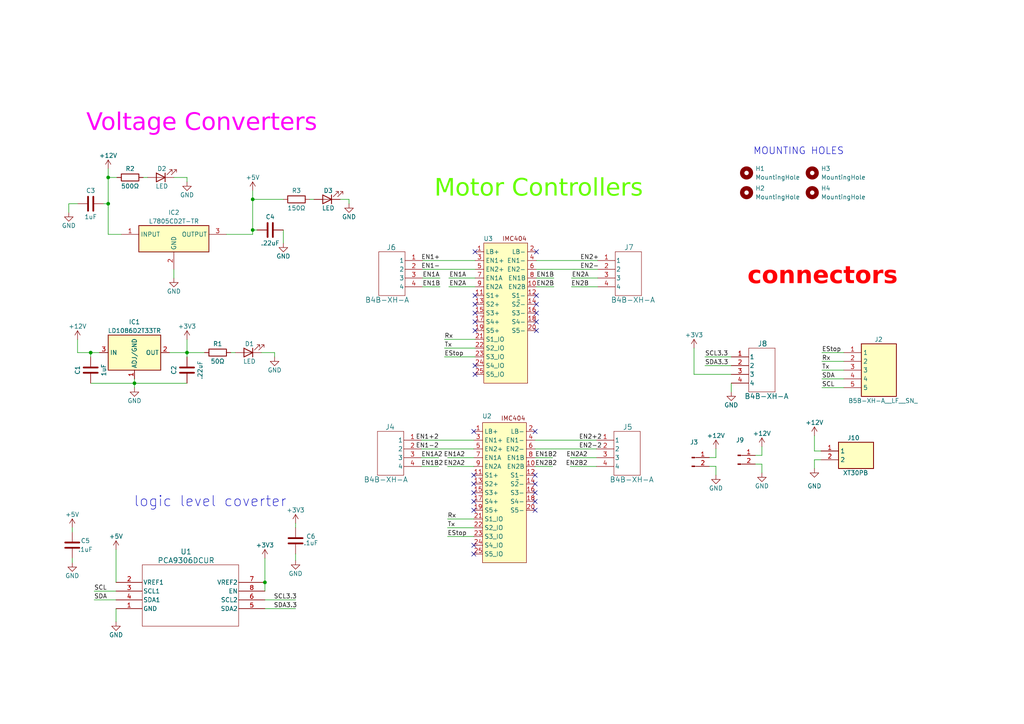
<source format=kicad_sch>
(kicad_sch (version 20230121) (generator eeschema)
  (paper "A4")
  (lib_symbols
    (symbol "B4B-XH-A:B4B-XH-A" (pin_names (offset 0.254))
      (property "Reference" "J3" (at 7.62 3.81 0))
      (property "Value" "B4B-XH-A" (at 3.81 -11.43 0))
      (symbol "B4B-XH-A_1_1"
        (polyline (pts (xy 5.08 -10.16) (xy 12.7 -10.16)) (stroke (width 0.127)))
        (polyline (pts (xy 5.08 2.54) (xy 5.08 -10.16)) (stroke (width 0.127)))
        (polyline (pts (xy 12.7 -10.16) (xy 12.7 2.54)) (stroke (width 0.127)))
        (polyline (pts (xy 12.7 2.54) (xy 5.08 2.54)) (stroke (width 0.127)))
        (pin unspecified line (at 0 0 0) (length 5.08) (name "1") (number "1"))
        (pin unspecified line (at 0 -2.54 0) (length 5.08) (name "2") (number "2"))
        (pin unspecified line (at 0 -5.08 0) (length 5.08) (name "3") (number "3"))
        (pin unspecified line (at 0 -7.62 0) (length 5.08) (name "4") (number "4"))
      )
      (symbol "B4B-XH-A_1_2"
        (polyline (pts (xy 5.08 -10.16) (xy 12.7 -10.16)) (stroke (width 0.127)))
        (polyline (pts (xy 5.08 2.54) (xy 5.08 -10.16)) (stroke (width 0.127)))
        (polyline (pts (xy 7.62 -7.62) (xy 5.08 -7.62)) (stroke (width 0.127)))
        (polyline (pts (xy 7.62 -7.62) (xy 8.89 -8.4667)) (stroke (width 0.127)))
        (polyline (pts (xy 7.62 -7.62) (xy 8.89 -6.7733)) (stroke (width 0.127)))
        (polyline (pts (xy 7.62 -5.08) (xy 5.08 -5.08)) (stroke (width 0.127)))
        (polyline (pts (xy 7.62 -5.08) (xy 8.89 -5.9267)) (stroke (width 0.127)))
        (polyline (pts (xy 7.62 -5.08) (xy 8.89 -4.2333)) (stroke (width 0.127)))
        (polyline (pts (xy 7.62 -2.54) (xy 5.08 -2.54)) (stroke (width 0.127)))
        (polyline (pts (xy 7.62 -2.54) (xy 8.89 -3.3867)) (stroke (width 0.127)))
        (polyline (pts (xy 7.62 -2.54) (xy 8.89 -1.6933)) (stroke (width 0.127)))
        (polyline (pts (xy 7.62 0) (xy 5.08 0)) (stroke (width 0.127)))
        (polyline (pts (xy 7.62 0) (xy 8.89 -0.8467)) (stroke (width 0.127)))
        (polyline (pts (xy 7.62 0) (xy 8.89 0.8467)) (stroke (width 0.127)))
        (polyline (pts (xy 12.7 -10.16) (xy 12.7 2.54)) (stroke (width 0.127)))
        (polyline (pts (xy 12.7 2.54) (xy 5.08 2.54)) (stroke (width 0.127)))
        (pin unspecified line (at 0 0 0) (length 5.08) (name "1") (number "1"))
        (pin unspecified line (at 0 -2.54 0) (length 5.08) (name "2") (number "2"))
        (pin unspecified line (at 0 -5.08 0) (length 5.08) (name "3") (number "3"))
        (pin unspecified line (at 0 -7.62 0) (length 5.08) (name "4") (number "4"))
      )
    )
    (symbol "B5B-XH-A__LF__SN_:B5B-XH-A__LF__SN_"
      (property "Reference" "J" (at 16.51 7.62 0))
      (property "Value" "B5B-XH-A__LF__SN_" (at 16.51 5.08 0))
      (symbol "B5B-XH-A__LF__SN__1_1"
        (rectangle (start 5.08 2.54) (end 15.24 -12.7) (stroke (width 0.254)) (fill (type background)))
        (pin passive line (at 0 0 0) (length 5.08) (name "1") (number "1"))
        (pin passive line (at 0 -2.54 0) (length 5.08) (name "2") (number "2"))
        (pin passive line (at 0 -5.08 0) (length 5.08) (name "3") (number "3"))
        (pin passive line (at 0 -7.62 0) (length 5.08) (name "4") (number "4"))
        (pin passive line (at 0 -10.16 0) (length 5.08) (name "5") (number "5"))
      )
    )
    (symbol "Connector:Conn_01x02_Pin" (pin_names (offset 1.016) hide)
      (property "Reference" "J" (at 0 2.54 0))
      (property "Value" "Conn_01x02_Pin" (at 0 -5.08 0))
      (symbol "Conn_01x02_Pin_1_1"
        (polyline (pts (xy 1.27 -2.54) (xy 0.8636 -2.54)) (stroke (width 0.1524)))
        (polyline (pts (xy 1.27 0) (xy 0.8636 0)) (stroke (width 0.1524)))
        (rectangle (start 0.8636 -2.413) (end 0 -2.667) (stroke (width 0.1524)) (fill (type outline)))
        (rectangle (start 0.8636 0.127) (end 0 -0.127) (stroke (width 0.1524)) (fill (type outline)))
        (pin passive line (at 5.08 0 180) (length 3.81) (name "Pin_1") (number "1"))
        (pin passive line (at 5.08 -2.54 180) (length 3.81) (name "Pin_2") (number "2"))
      )
    )
    (symbol "Device:C" (pin_numbers hide) (pin_names (offset 0.254))
      (property "Reference" "C" (at 0.635 2.54 0))
      (property "Value" "C" (at 0.635 -2.54 0))
      (symbol "C_0_1"
        (polyline (pts (xy -2.032 -0.762) (xy 2.032 -0.762)) (stroke (width 0.508)))
        (polyline (pts (xy -2.032 0.762) (xy 2.032 0.762)) (stroke (width 0.508)))
      )
      (symbol "C_1_1"
        (pin passive line (at 0 3.81 270) (length 2.794) (name "~") (number "1"))
        (pin passive line (at 0 -3.81 90) (length 2.794) (name "~") (number "2"))
      )
    )
    (symbol "Device:LED" (pin_numbers hide) (pin_names (offset 1.016) hide)
      (property "Reference" "D" (at 0 2.54 0))
      (property "Value" "LED" (at 0 -2.54 0))
      (symbol "LED_0_1"
        (polyline (pts (xy -1.27 -1.27) (xy -1.27 1.27)) (stroke (width 0.254)))
        (polyline (pts (xy -1.27 0) (xy 1.27 0)))
        (polyline (pts (xy 1.27 -1.27) (xy 1.27 1.27) (xy -1.27 0) (xy 1.27 -1.27)) (stroke (width 0.254)))
        (polyline (pts (xy -3.048 -0.762) (xy -4.572 -2.286) (xy -3.81 -2.286) (xy -4.572 -2.286) (xy -4.572 -1.524)))
        (polyline (pts (xy -1.778 -0.762) (xy -3.302 -2.286) (xy -2.54 -2.286) (xy -3.302 -2.286) (xy -3.302 -1.524)))
      )
      (symbol "LED_1_1"
        (pin passive line (at -3.81 0 0) (length 2.54) (name "K") (number "1"))
        (pin passive line (at 3.81 0 180) (length 2.54) (name "A") (number "2"))
      )
    )
    (symbol "Device:R" (pin_numbers hide) (pin_names (offset 0))
      (property "Reference" "R" (at 2.032 0 90))
      (property "Value" "R" (at 0 0 90))
      (symbol "R_0_1"
        (rectangle (start -1.016 -2.54) (end 1.016 2.54) (stroke (width 0.254)))
      )
      (symbol "R_1_1"
        (pin passive line (at 0 3.81 270) (length 1.27) (name "~") (number "1"))
        (pin passive line (at 0 -3.81 90) (length 1.27) (name "~") (number "2"))
      )
    )
    (symbol "IMC404:IMC404"
      (property "Reference" "U" (at -5.08 20.32 0))
      (symbol "IMC404_0_0"
        (text "IMC404" (at 2.54 20.32 0) (effects (font (size 1.27 1.27))))
      )
      (symbol "IMC404_1_1"
        (rectangle (start -6.35 19.05) (end 6.35 -21.59) (fill (type background)))
        (pin input line (at -8.89 16.51 0) (length 2.54) (name "LB+") (number "1"))
        (pin input line (at 8.89 6.35 180) (length 2.54) (name "EN2B") (number "10"))
        (pin input line (at -8.89 3.81 0) (length 2.54) (name "S1+") (number "11"))
        (pin input line (at 8.89 3.81 180) (length 2.54) (name "S1-") (number "12"))
        (pin input line (at -8.89 1.27 0) (length 2.54) (name "S2+") (number "13"))
        (pin input line (at 8.89 1.27 180) (length 2.54) (name "S2-") (number "14"))
        (pin input line (at -8.89 -1.27 0) (length 2.54) (name "S3+") (number "15"))
        (pin input line (at 8.89 -1.27 180) (length 2.54) (name "S3-") (number "16"))
        (pin input line (at -8.89 -3.81 0) (length 2.54) (name "S4+") (number "17"))
        (pin input line (at 8.89 -3.81 180) (length 2.54) (name "S4-") (number "18"))
        (pin input line (at -8.89 -6.35 0) (length 2.54) (name "S5+") (number "19"))
        (pin input line (at 8.89 16.51 180) (length 2.54) (name "LB-") (number "2"))
        (pin input line (at 8.89 -6.35 180) (length 2.54) (name "S5-") (number "20"))
        (pin input line (at -8.89 -8.89 0) (length 2.54) (name "S1_IO") (number "21"))
        (pin input line (at -8.89 -11.43 0) (length 2.54) (name "S2_IO") (number "22"))
        (pin input line (at -8.89 -13.97 0) (length 2.54) (name "S3_IO") (number "23"))
        (pin input line (at -8.89 -16.51 0) (length 2.54) (name "S4_IO") (number "24"))
        (pin input line (at -8.89 -19.05 0) (length 2.54) (name "S5_IO") (number "25"))
        (pin input line (at -8.89 13.97 0) (length 2.54) (name "EN1+") (number "3"))
        (pin input line (at 8.89 13.97 180) (length 2.54) (name "EN1-") (number "4"))
        (pin input line (at -8.89 11.43 0) (length 2.54) (name "EN2+") (number "5"))
        (pin input line (at 8.89 11.43 180) (length 2.54) (name "EN2-") (number "6"))
        (pin input line (at -8.89 8.89 0) (length 2.54) (name "EN1A") (number "7"))
        (pin input line (at 8.89 8.89 180) (length 2.54) (name "EN1B") (number "8"))
        (pin input line (at -8.89 6.35 0) (length 2.54) (name "EN2A") (number "9"))
      )
    )
    (symbol "L7805CD2T-TR:L7805CD2T-TR"
      (property "Reference" "IC" (at 13.97 7.62 0))
      (property "Value" "L7805CD2T-TR" (at 7.62 5.08 0))
      (symbol "L7805CD2T-TR_1_1"
        (rectangle (start 5.08 2.54) (end 25.4 -5.08) (stroke (width 0.254)) (fill (type background)))
        (pin passive line (at 0 0 0) (length 5.08) (name "INPUT") (number "1"))
        (pin passive line (at 15.24 -10.16 90) (length 5.08) (name "GND") (number "2"))
        (pin passive line (at 30.48 0 180) (length 5.08) (name "OUTPUT") (number "3"))
      )
    )
    (symbol "Mechanical:MountingHole" (pin_names (offset 1.016))
      (property "Reference" "H" (at 0 5.08 0))
      (property "Value" "MountingHole" (at 0 3.175 0))
      (symbol "MountingHole_0_1"
        (circle (center 0 0) (radius 1.27) (stroke (width 1.27)))
      )
    )
    (symbol "PCA9306DCUR:PCA9306DCUR" (pin_names (offset 0.254))
      (property "Reference" "U1" (at 20.32 8.89 0))
      (property "Value" "PCA9306DCUR" (at 20.32 6.35 0))
      (symbol "PCA9306DCUR_0_1"
        (polyline (pts (xy 7.62 -12.7) (xy 35.56 -12.7)) (stroke (width 0.127)))
        (polyline (pts (xy 7.62 5.08) (xy 7.62 -12.7)) (stroke (width 0.127)))
        (polyline (pts (xy 35.56 -12.7) (xy 35.56 5.08)) (stroke (width 0.127)))
        (polyline (pts (xy 35.56 5.08) (xy 7.62 5.08)) (stroke (width 0.127)))
        (pin power_in line (at 0 -7.62 0) (length 7.62) (name "GND") (number "1"))
        (pin power_in line (at 0 0 0) (length 7.62) (name "VREF1") (number "2"))
        (pin unspecified line (at 0 -2.54 0) (length 7.62) (name "SCL1") (number "3"))
        (pin unspecified line (at 0 -5.08 0) (length 7.62) (name "SDA1") (number "4"))
        (pin unspecified line (at 43.18 -7.62 180) (length 7.62) (name "SDA2") (number "5"))
        (pin unspecified line (at 43.18 -5.08 180) (length 7.62) (name "SCL2") (number "6"))
        (pin power_in line (at 43.18 0 180) (length 7.62) (name "VREF2") (number "7"))
        (pin unspecified line (at 43.18 -2.54 180) (length 7.62) (name "EN") (number "8"))
      )
    )
    (symbol "Regulator_Linear:LD1086D2T33TR"
      (property "Reference" "U" (at 0 10.16 0))
      (property "Value" "LD1086D2T33TR" (at 0 7.62 0))
      (symbol "LD1086D2T33TR_1_1"
        (rectangle (start -7.62 -5.08) (end 7.62 5.08) (stroke (width 0.254)) (fill (type background)))
        (pin input line (at 0 -7.62 90) (length 2.54) (name "ADJ/GND") (number "1"))
        (pin power_out line (at 10.16 0 180) (length 2.54) (name "OUT") (number "2"))
        (pin power_in line (at -10.16 0 0) (length 2.54) (name "IN") (number "3"))
      )
    )
    (symbol "XT30PB:XT30PB"
      (property "Reference" "J" (at 16.51 7.62 0))
      (property "Value" "XT30PB" (at 16.51 5.08 0))
      (symbol "XT30PB_1_1"
        (rectangle (start 5.08 2.54) (end 15.24 -5.08) (stroke (width 0.254)) (fill (type background)))
        (pin passive line (at 0 0 0) (length 5.08) (name "1") (number "1"))
        (pin passive line (at 0 -2.54 0) (length 5.08) (name "2") (number "2"))
      )
    )
    (symbol "power:+12V" (power) (pin_names (offset 0))
      (property "Value" "+12V" (at 0 3.556 0))
      (symbol "+12V_0_1"
        (polyline (pts (xy -0.762 1.27) (xy 0 2.54)))
        (polyline (pts (xy 0 0) (xy 0 2.54)))
        (polyline (pts (xy 0 2.54) (xy 0.762 1.27)))
      )
      (symbol "+12V_1_1"
        (pin power_in line (at 0 0 90) (length 0) hide (name "+12V") (number "1"))
      )
    )
    (symbol "power:+3V3" (power) (pin_names (offset 0))
      (property "Value" "+3V3" (at 0 3.556 0))
      (symbol "+3V3_0_1"
        (polyline (pts (xy -0.762 1.27) (xy 0 2.54)))
        (polyline (pts (xy 0 0) (xy 0 2.54)))
        (polyline (pts (xy 0 2.54) (xy 0.762 1.27)))
      )
      (symbol "+3V3_1_1"
        (pin power_in line (at 0 0 90) (length 0) hide (name "+3V3") (number "1"))
      )
    )
    (symbol "power:+5V" (power) (pin_names (offset 0))
      (property "Value" "+5V" (at 0 3.556 0))
      (symbol "+5V_0_1"
        (polyline (pts (xy -0.762 1.27) (xy 0 2.54)))
        (polyline (pts (xy 0 0) (xy 0 2.54)))
        (polyline (pts (xy 0 2.54) (xy 0.762 1.27)))
      )
      (symbol "+5V_1_1"
        (pin power_in line (at 0 0 90) (length 0) hide (name "+5V") (number "1"))
      )
    )
    (symbol "power:GND" (power) (pin_names (offset 0))
      (property "Value" "GND" (at 0 -3.81 0))
      (symbol "GND_0_1"
        (polyline (pts (xy 0 0) (xy 0 -1.27) (xy 1.27 -1.27) (xy 0 -2.54) (xy -1.27 -1.27) (xy 0 -1.27)))
      )
      (symbol "GND_1_1"
        (pin power_in line (at 0 0 270) (length 0) hide (name "GND") (number "1"))
      )
    )
  )
  (junction (at 26.3 102.2705))
  (junction (at 54.24 102.2705))
  (junction (at 73.29 57.8205))
  (junction (at 73.29 66.7105))
  (junction (at 76.835 168.91))
  (junction (at 39 111.1605))
  (junction (at 31.38 59.0905))
  (junction (at 31.38 51.4705))
  (no_connect (at 155.205 145.4505))
  (no_connect (at 137.425 147.9905))
  (no_connect (at 137.795 73.025))
  (no_connect (at 155.575 93.345))
  (no_connect (at 137.425 145.4505))
  (no_connect (at 137.425 158.1505))
  (no_connect (at 137.795 95.885))
  (no_connect (at 155.205 140.3705))
  (no_connect (at 155.575 85.725))
  (no_connect (at 155.575 73.025))
  (no_connect (at 137.425 137.8305))
  (no_connect (at 137.795 85.725))
  (no_connect (at 137.795 108.585))
  (no_connect (at 137.425 142.9105))
  (no_connect (at 137.425 160.6905))
  (no_connect (at 137.795 106.045))
  (no_connect (at 137.425 125.1305))
  (no_connect (at 137.795 88.265))
  (no_connect (at 155.205 125.1305))
  (no_connect (at 137.795 93.345))
  (no_connect (at 155.575 90.805))
  (no_connect (at 155.575 88.265))
  (no_connect (at 155.575 95.885))
  (no_connect (at 155.205 147.9905))
  (no_connect (at 137.425 140.3705))
  (no_connect (at 155.205 142.9105))
  (no_connect (at 137.795 90.805))
  (no_connect (at 155.205 137.8305))
  (wire (pts (xy 49.16 102.2705) (xy 54.24 102.2705)))
  (wire (pts (xy 129.805 132.7505) (xy 137.425 132.7505)))
  (wire (pts (xy 31.38 51.4705) (xy 31.38 59.0905)))
  (wire (pts (xy 122.555 78.105) (xy 137.795 78.105)))
  (wire (pts (xy 238.125 130.81) (xy 236.22 130.81)))
  (wire (pts (xy 236.22 130.81) (xy 236.22 126.365)))
  (wire (pts (xy 165.365 135.2905) (xy 172.985 135.2905)))
  (wire (pts (xy 54.24 51.4705) (xy 54.24 52.7405)))
  (wire (pts (xy 73.29 67.9805) (xy 73.29 66.7105)))
  (wire (pts (xy 238.39 107.3505) (xy 244.74 107.3505)))
  (wire (pts (xy 76.835 161.925) (xy 76.835 168.91)))
  (wire (pts (xy 85.725 160.655) (xy 85.725 162.56)))
  (wire (pts (xy 54.24 98.4605) (xy 54.24 102.2705)))
  (wire (pts (xy 39 109.8905) (xy 39 111.1605)))
  (wire (pts (xy 20.955 153.035) (xy 20.955 154.305)))
  (wire (pts (xy 129.805 153.0705) (xy 137.425 153.0705)))
  (wire (pts (xy 26.3 102.2705) (xy 22.49 102.2705)))
  (wire (pts (xy 219.075 132.08) (xy 220.98 132.08)))
  (wire (pts (xy 122.555 75.565) (xy 137.795 75.565)))
  (wire (pts (xy 130.175 80.645) (xy 137.795 80.645)))
  (wire (pts (xy 31.38 51.4705) (xy 33.92 51.4705)))
  (wire (pts (xy 165.735 83.185) (xy 173.355 83.185)))
  (wire (pts (xy 238.125 133.35) (xy 236.22 133.35)))
  (wire (pts (xy 220.98 137.16) (xy 220.98 134.62)))
  (wire (pts (xy 19.95 59.0905) (xy 19.95 61.6305)))
  (wire (pts (xy 50.43 51.4705) (xy 54.24 51.4705)))
  (wire (pts (xy 76.835 176.53) (xy 85.725 176.53)))
  (wire (pts (xy 101.23 57.8205) (xy 98.69 57.8205)))
  (wire (pts (xy 128.905 100.965) (xy 137.795 100.965)))
  (wire (pts (xy 204.47 106.045) (xy 212.09 106.045)))
  (wire (pts (xy 129.805 150.5305) (xy 137.425 150.5305)))
  (wire (pts (xy 212.09 111.125) (xy 212.09 113.665)))
  (wire (pts (xy 122.555 80.645) (xy 127.635 80.645)))
  (wire (pts (xy 76.835 168.91) (xy 76.835 171.45)))
  (wire (pts (xy 101.23 59.0905) (xy 101.23 57.8205)))
  (wire (pts (xy 129.805 135.2905) (xy 137.425 135.2905)))
  (wire (pts (xy 31.38 67.9805) (xy 35.19 67.9805)))
  (wire (pts (xy 220.98 132.08) (xy 220.98 129.54)))
  (wire (pts (xy 85.725 151.765) (xy 85.725 153.035)))
  (wire (pts (xy 20.955 161.925) (xy 20.955 163.195)))
  (wire (pts (xy 205.74 132.715) (xy 207.645 132.715)))
  (wire (pts (xy 39 111.1605) (xy 54.24 111.1605)))
  (wire (pts (xy 155.575 80.645) (xy 160.655 80.645)))
  (wire (pts (xy 155.205 132.7505) (xy 160.285 132.7505)))
  (wire (pts (xy 22.49 59.0905) (xy 19.95 59.0905)))
  (wire (pts (xy 39 111.1605) (xy 39 112.4305)))
  (wire (pts (xy 207.645 137.795) (xy 207.645 135.255)))
  (wire (pts (xy 22.49 102.2705) (xy 22.49 98.4605)))
  (wire (pts (xy 26.3 102.2705) (xy 26.3 103.5405)))
  (wire (pts (xy 238.39 109.8905) (xy 244.74 109.8905)))
  (wire (pts (xy 122.185 132.7505) (xy 127.265 132.7505)))
  (wire (pts (xy 41.54 51.4705) (xy 42.81 51.4705)))
  (wire (pts (xy 128.905 98.425) (xy 137.795 98.425)))
  (wire (pts (xy 238.39 112.4305) (xy 244.74 112.4305)))
  (wire (pts (xy 160.285 135.2905) (xy 155.205 135.2905)))
  (wire (pts (xy 155.205 130.2105) (xy 172.985 130.2105)))
  (wire (pts (xy 127.635 83.185) (xy 122.555 83.185)))
  (wire (pts (xy 155.575 78.105) (xy 173.355 78.105)))
  (wire (pts (xy 201.295 108.585) (xy 212.09 108.585)))
  (wire (pts (xy 155.575 75.565) (xy 173.355 75.565)))
  (wire (pts (xy 73.29 57.8205) (xy 73.29 66.7105)))
  (wire (pts (xy 54.24 102.2705) (xy 59.32 102.2705)))
  (wire (pts (xy 50.43 78.1405) (xy 50.43 80.6805)))
  (wire (pts (xy 73.29 55.2805) (xy 73.29 57.8205)))
  (wire (pts (xy 82.18 66.7105) (xy 82.18 70.5205)))
  (wire (pts (xy 122.185 130.2105) (xy 137.425 130.2105)))
  (wire (pts (xy 204.47 103.505) (xy 212.09 103.505)))
  (wire (pts (xy 130.175 83.185) (xy 137.795 83.185)))
  (wire (pts (xy 165.735 80.645) (xy 173.355 80.645)))
  (wire (pts (xy 236.22 133.35) (xy 236.22 135.89)))
  (wire (pts (xy 33.655 176.53) (xy 33.655 180.34)))
  (wire (pts (xy 238.39 102.2705) (xy 244.74 102.2705)))
  (wire (pts (xy 66.94 102.2705) (xy 68.21 102.2705)))
  (wire (pts (xy 76.835 173.99) (xy 85.725 173.99)))
  (wire (pts (xy 128.905 103.505) (xy 137.795 103.505)))
  (wire (pts (xy 127.265 135.2905) (xy 122.185 135.2905)))
  (wire (pts (xy 79.64 102.2705) (xy 79.64 103.5405)))
  (wire (pts (xy 238.39 104.8105) (xy 244.74 104.8105)))
  (wire (pts (xy 27.305 173.99) (xy 33.655 173.99)))
  (wire (pts (xy 201.295 100.965) (xy 201.295 108.585)))
  (wire (pts (xy 26.3 111.1605) (xy 39 111.1605)))
  (wire (pts (xy 207.645 132.715) (xy 207.645 130.175)))
  (wire (pts (xy 165.365 132.7505) (xy 172.985 132.7505)))
  (wire (pts (xy 129.805 155.6105) (xy 137.425 155.6105)))
  (wire (pts (xy 122.185 127.6705) (xy 137.425 127.6705)))
  (wire (pts (xy 30.11 59.0905) (xy 31.38 59.0905)))
  (wire (pts (xy 160.655 83.185) (xy 155.575 83.185)))
  (wire (pts (xy 31.38 59.0905) (xy 31.38 67.9805)))
  (wire (pts (xy 155.205 127.6705) (xy 172.985 127.6705)))
  (wire (pts (xy 220.98 134.62) (xy 219.075 134.62)))
  (wire (pts (xy 65.67 67.9805) (xy 73.29 67.9805)))
  (wire (pts (xy 27.305 171.45) (xy 33.655 171.45)))
  (wire (pts (xy 75.83 102.2705) (xy 79.64 102.2705)))
  (wire (pts (xy 54.24 102.2705) (xy 54.24 103.5405)))
  (wire (pts (xy 74.56 66.7105) (xy 73.29 66.7105)))
  (wire (pts (xy 82.18 57.8205) (xy 73.29 57.8205)))
  (wire (pts (xy 89.8 57.8205) (xy 91.07 57.8205)))
  (wire (pts (xy 28.84 102.2705) (xy 26.3 102.2705)))
  (wire (pts (xy 207.645 135.255) (xy 205.74 135.255)))
  (wire (pts (xy 31.38 48.9305) (xy 31.38 51.4705)))
  (wire (pts (xy 33.655 159.385) (xy 33.655 168.91)))
  (text "logic level coverter" (at 38.735 147.32 0) (effects (font (size 3 3)) (justify left bottom)))
  (text "Voltage Converters" (at 25.03 40.0405 0) (effects (font (size 5 5)) (justify left bottom)))
  (text "MOUNTING HOLES" (at 218.44 45.085 0) (effects (font (size 2 2)) (justify left bottom)))
  (text "Motor Controllers" (at 125.995 59.0905 0) (effects (font (size 5 5)) (justify left bottom)))
  (text "connectors" (at 216.8 84.4905 0) (effects (font (size 5 5)) (justify left bottom)))
  (label "SDA" (at 27.305 173.99 0))
  (label "EN1B" (at 122.555 83.185 0))
  (label "EStop" (at 129.805 155.6105 0))
  (label "EN1A2" (at 122.185 132.7505 0))
  (label "EN1B2" (at 155.205 132.7505 0))
  (label "Rx" (at 128.905 98.425 0))
  (label "EN1+" (at 127.635 75.565 180))
  (label "EN2-" (at 168.275 78.105 0))
  (label "EN2B" (at 155.575 83.185 0))
  (label "Rx" (at 238.39 104.8105 0))
  (label "EN2A" (at 170.815 80.645 180))
  (label "Tx" (at 129.805 153.0705 0))
  (label "EN1-2" (at 127.265 130.2105 180))
  (label "SDA3.3" (at 204.47 106.045 0))
  (label "EN1+2" (at 127.265 127.6705 180))
  (label "EN2B2" (at 155.205 135.2905 0))
  (label "SDA" (at 238.39 109.8905 0))
  (label "EN2A2" (at 134.885 135.2905 180))
  (label "EN1B2" (at 122.185 135.2905 0))
  (label "EN2-2" (at 167.905 130.2105 0))
  (label "Tx" (at 128.905 100.965 0))
  (label "SDA3.3" (at 79.375 176.53 0))
  (label "EN1A" (at 135.255 80.645 180))
  (label "EN1A2" (at 134.885 132.7505 180))
  (label "EStop" (at 238.39 102.2705 0))
  (label "EN2+2" (at 167.905 127.6705 0))
  (label "Tx" (at 238.39 107.3505 0))
  (label "EN2B2" (at 170.445 135.2905 180))
  (label "EStop" (at 128.905 103.505 0))
  (label "EN2B" (at 170.815 83.185 180))
  (label "EN1-" (at 127.635 78.105 180))
  (label "EN2+" (at 168.275 75.565 0))
  (label "EN2A" (at 135.255 83.185 180))
  (label "EN1B" (at 155.575 80.645 0))
  (label "SCL3.3" (at 79.375 173.99 0))
  (label "EN2A2" (at 170.445 132.7505 180))
  (label "Rx" (at 129.805 150.5305 0))
  (label "SCL3.3" (at 204.47 103.505 0))
  (label "EN1A" (at 122.555 80.645 0))
  (label "SCL" (at 238.39 112.4305 0))
  (label "SCL" (at 27.305 171.45 0))
  (symbol (lib_id "Device:C") (at 78.37 66.7105 270) (mirror x) (unit 1)
    (property "Reference" "C4" (at 78.37 62.9005 90))
    (property "Value" ".22uF" (at 78.37 70.5205 90))
    (property "Footprint" "Capacitor_SMD:C_0603_1608Metric" (effects hide))
  )
  (symbol (lib_id "power:+12V") (at 207.645 130.175 0) (unit 1)
    (property "Reference" "#PWR019" (effects hide))
    (property "Value" "+12V" (at 207.645 126.365 0))
  )
  (symbol (lib_id "Device:C") (at 85.725 156.845 180) (unit 1)
    (property "Reference" "C6" (at 90.17 155.575 0))
    (property "Value" ".1uF" (at 90.17 157.48 0))
    (property "Footprint" "Capacitor_SMD:C_0603_1608Metric" (effects hide))
  )
  (symbol (lib_id "Mechanical:MountingHole") (at 235.585 50.165 0) (unit 1)
    (property "Reference" "H3" (at 238.125 48.895 0) (effects (justify left)))
    (property "Value" "MountingHole" (at 238.125 51.435 0) (effects (justify left)))
    (property "Footprint" "MountingHole:MountingHole_3mm" (effects hide))
  )
  (symbol (lib_id "B5B-XH-A__LF__SN_:B5B-XH-A__LF__SN_") (at 244.74 102.2705 0) (unit 1)
    (property "Reference" "J2" (at 253.63 98.4605 0) (effects (justify left)))
    (property "Value" "B5B-XH-A__LF__SN_" (at 246.01 116.2405 0) (effects (justify left)))
    (property "Footprint" "footprints:SHDR5W64P0X250_1X5_1490X575X700P" (effects hide))
    (property "Datasheet" "http://www.farnell.com/datasheets/1684882.pdf" (effects hide))
    (property "Height" "7" (effects hide))
    (property "Manufacturer_Name" "JST (JAPAN SOLDERLESS TERMINALS)" (effects hide))
    (property "Manufacturer_Part_Number" "B5B-XH-A (LF)(SN)" (effects hide))
  )
  (symbol (lib_id "power:+12V") (at 22.49 98.4605 0) (unit 1)
    (property "Reference" "#PWR04" (effects hide))
    (property "Value" "+12V" (at 22.49 94.6505 0))
  )
  (symbol (lib_id "power:GND") (at 236.22 135.89 0) (unit 1)
    (property "Reference" "#PWR024" (effects hide))
    (property "Value" "GND" (at 236.22 140.97 0))
  )
  (symbol (lib_id "power:+3V3") (at 85.725 151.765 0) (unit 1)
    (property "Reference" "#PWR025" (effects hide))
    (property "Value" "+3V3" (at 85.725 147.955 0))
  )
  (symbol (lib_id "power:+12V") (at 220.98 129.54 0) (unit 1)
    (property "Reference" "#PWR021" (effects hide))
    (property "Value" "+12V" (at 220.98 125.73 0))
  )
  (symbol (lib_id "power:GND") (at 50.43 80.6805 0) (unit 1)
    (property "Reference" "#PWR014" (effects hide))
    (property "Value" "GND" (at 50.43 84.4905 0))
  )
  (symbol (lib_id "Regulator_Linear:LD1086D2T33TR") (at 39 102.2705 0) (unit 1)
    (property "Reference" "IC1" (at 39 93.3805 0))
    (property "Value" "LD1086D2T33TR" (at 39 95.9205 0))
    (property "Footprint" "Package_TO_SOT_SMD:TO-263-2" (effects hide))
    (property "Datasheet" "https://www.st.com/resource/en/datasheet/ld1086.pdf" (effects hide))
  )
  (symbol (lib_id "Mechanical:MountingHole") (at 235.585 55.88 0) (unit 1)
    (property "Reference" "H4" (at 238.125 54.61 0) (effects (justify left)))
    (property "Value" "MountingHole" (at 238.125 57.15 0) (effects (justify left)))
    (property "Footprint" "MountingHole:MountingHole_3mm" (effects hide))
  )
  (symbol (lib_id "power:+5V") (at 20.955 153.035 0) (mirror y) (unit 1)
    (property "Reference" "#PWR016" (effects hide))
    (property "Value" "+5V" (at 20.955 149.225 0))
  )
  (symbol (lib_id "B4B-XH-A:B4B-XH-A") (at 122.185 127.6705 0) (mirror y) (unit 1)
    (property "Reference" "J4" (at 114.565 123.8605 0) (effects (font (size 1.524 1.524)) (justify left)))
    (property "Value" "B4B-XH-A" (at 118.375 139.1005 0) (effects (font (size 1.524 1.524)) (justify left)))
    (property "Footprint" "footprints:B4B-XH-A_JST" (effects hide))
    (property "Datasheet" "B4B-XH-A" (effects hide))
  )
  (symbol (lib_id "Device:R") (at 85.99 57.8205 90) (unit 1)
    (property "Reference" "R3" (at 85.99 55.2805 90))
    (property "Value" "150Ω" (at 85.99 60.3605 90))
    (property "Footprint" "Resistor_SMD:R_0603_1608Metric" (effects hide))
  )
  (symbol (lib_id "Mechanical:MountingHole") (at 216.535 50.165 0) (unit 1)
    (property "Reference" "H1" (at 219.075 48.895 0) (effects (justify left)))
    (property "Value" "MountingHole" (at 219.075 51.435 0) (effects (justify left)))
    (property "Footprint" "MountingHole:MountingHole_3mm" (effects hide))
  )
  (symbol (lib_id "power:GND") (at 220.98 137.16 0) (unit 1)
    (property "Reference" "#PWR022" (effects hide))
    (property "Value" "GND" (at 220.98 140.97 0))
  )
  (symbol (lib_id "IMC404:IMC404") (at 146.685 89.535 0) (unit 1)
    (property "Reference" "U3" (at 141.605 69.215 0))
    (property "Value" "~" (at 150.495 86.995 0))
    (property "Footprint" "footprints:IMC404" (effects hide))
  )
  (symbol (lib_id "Device:C") (at 26.3 107.3505 180) (unit 1)
    (property "Reference" "C1" (at 22.49 107.3505 90))
    (property "Value" "1uF" (at 30.11 107.3505 90))
    (property "Footprint" "Capacitor_SMD:C_0603_1608Metric" (effects hide))
  )
  (symbol (lib_id "power:GND") (at 212.09 113.665 0) (unit 1)
    (property "Reference" "#PWR017" (effects hide))
    (property "Value" "GND" (at 212.09 117.475 0))
  )
  (symbol (lib_id "Device:LED") (at 94.88 57.8205 180) (unit 1)
    (property "Reference" "D3" (at 95.1975 55.2805 0))
    (property "Value" "LED" (at 95.1975 60.3605 0))
    (property "Footprint" "LED_SMD:LED_0603_1608Metric" (effects hide))
  )
  (symbol (lib_id "power:GND") (at 82.18 70.5205 0) (mirror y) (unit 1)
    (property "Reference" "#PWR012" (effects hide))
    (property "Value" "GND" (at 82.18 74.3305 0))
  )
  (symbol (lib_id "power:GND") (at 79.64 103.5405 0) (unit 1)
    (property "Reference" "#PWR07" (effects hide))
    (property "Value" "GND" (at 79.64 107.3505 0))
  )
  (symbol (lib_id "B4B-XH-A:B4B-XH-A") (at 122.555 75.565 0) (mirror y) (unit 1)
    (property "Reference" "J6" (at 114.935 71.755 0) (effects (font (size 1.524 1.524)) (justify left)))
    (property "Value" "B4B-XH-A" (at 118.745 86.995 0) (effects (font (size 1.524 1.524)) (justify left)))
    (property "Footprint" "footprints:B4B-XH-A_JST" (effects hide))
    (property "Datasheet" "B4B-XH-A" (effects hide))
  )
  (symbol (lib_id "Device:LED") (at 46.62 51.4705 180) (unit 1)
    (property "Reference" "D2" (at 46.9375 48.9305 0))
    (property "Value" "LED" (at 46.9375 54.0105 0))
    (property "Footprint" "LED_SMD:LED_0603_1608Metric" (effects hide))
  )
  (symbol (lib_id "Connector:Conn_01x02_Pin") (at 200.66 132.715 0) (unit 1)
    (property "Reference" "J3" (at 201.295 128.27 0))
    (property "Value" "Conn_01x02_Pin" (effects hide))
    (property "Footprint" "solder_pads:2mm_pads_4" (effects hide))
  )
  (symbol (lib_id "power:+3V3") (at 201.295 100.965 0) (unit 1)
    (property "Reference" "#PWR018" (effects hide))
    (property "Value" "+3V3" (at 201.295 97.155 0))
  )
  (symbol (lib_id "Mechanical:MountingHole") (at 216.535 55.88 0) (unit 1)
    (property "Reference" "H2" (at 219.075 54.61 0) (effects (justify left)))
    (property "Value" "MountingHole" (at 219.075 57.15 0) (effects (justify left)))
    (property "Footprint" "MountingHole:MountingHole_3mm" (effects hide))
  )
  (symbol (lib_id "XT30PB:XT30PB") (at 238.125 130.81 0) (unit 1)
    (property "Reference" "J10" (at 245.745 127 0) (effects (justify left)))
    (property "Value" "XT30PB" (at 244.475 137.16 0) (effects (justify left)))
    (property "Footprint" "XT30PB" (effects hide))
    (property "Datasheet" "https://www.tme.eu/Document/4acc913878197f8c2e30d4b8cdc47230/XT30UPB%20SPEC.pdf" (effects hide))
    (property "Height" "10.7" (effects hide))
    (property "Manufacturer_Name" "Amass" (effects hide))
    (property "Manufacturer_Part_Number" "XT30PB" (effects hide))
  )
  (symbol (lib_id "Device:C") (at 20.955 158.115 0) (unit 1)
    (property "Reference" "C5" (at 24.765 156.845 0))
    (property "Value" ".1uF" (at 24.765 159.385 0))
    (property "Footprint" "Capacitor_SMD:C_0603_1608Metric" (effects hide))
  )
  (symbol (lib_id "Connector:Conn_01x02_Pin") (at 213.995 132.08 0) (unit 1)
    (property "Reference" "J9" (at 214.63 127.635 0))
    (property "Value" "Conn_01x02_Pin" (effects hide))
    (property "Footprint" "solder_pads:2mm_pads_4" (effects hide))
  )
  (symbol (lib_id "power:GND") (at 33.655 180.34 0) (unit 1)
    (property "Reference" "#PWR02" (effects hide))
    (property "Value" "GND" (at 33.655 184.15 0))
  )
  (symbol (lib_id "power:+12V") (at 31.38 48.9305 0) (unit 1)
    (property "Reference" "#PWR09" (effects hide))
    (property "Value" "+12V" (at 31.38 45.1205 0))
  )
  (symbol (lib_id "PCA9306DCUR:PCA9306DCUR") (at 33.655 168.91 0) (unit 1)
    (property "Reference" "U1" (at 53.975 160.02 0) (effects (font (size 1.524 1.524))))
    (property "Value" "PCA9306DCUR" (at 53.975 162.56 0) (effects (font (size 1.524 1.524))))
    (property "Footprint" "footprints:SOP50P310X90-8N" (effects hide))
    (property "Datasheet" "PCA9306DCUR" (effects hide))
  )
  (symbol (lib_id "IMC404:IMC404") (at 146.315 141.6405 0) (unit 1)
    (property "Reference" "U2" (at 141.235 120.6855 0))
    (property "Value" "~" (at 150.125 139.1005 0))
    (property "Footprint" "footprints:IMC404" (effects hide))
  )
  (symbol (lib_id "power:GND") (at 39 112.4305 0) (unit 1)
    (property "Reference" "#PWR05" (effects hide))
    (property "Value" "GND" (at 39 116.2405 0))
  )
  (symbol (lib_id "B4B-XH-A:B4B-XH-A") (at 212.09 103.505 0) (unit 1)
    (property "Reference" "J8" (at 219.71 99.695 0) (effects (font (size 1.524 1.524)) (justify left)))
    (property "Value" "B4B-XH-A" (at 215.9 114.935 0) (effects (font (size 1.524 1.524)) (justify left)))
    (property "Footprint" "footprints:B4BXHA" (effects hide))
    (property "Datasheet" "B4B-XH-A" (effects hide))
  )
  (symbol (lib_id "power:+5V") (at 33.655 159.385 0) (mirror y) (unit 1)
    (property "Reference" "#PWR03" (effects hide))
    (property "Value" "+5V" (at 33.655 155.575 0))
  )
  (symbol (lib_id "power:+3V3") (at 54.24 98.4605 0) (unit 1)
    (property "Reference" "#PWR06" (effects hide))
    (property "Value" "+3V3" (at 54.24 94.6505 0))
  )
  (symbol (lib_id "power:GND") (at 207.645 137.795 0) (unit 1)
    (property "Reference" "#PWR020" (effects hide))
    (property "Value" "GND" (at 207.645 141.605 0))
  )
  (symbol (lib_id "Device:C") (at 26.3 59.0905 90) (unit 1)
    (property "Reference" "C3" (at 26.3 55.2805 90))
    (property "Value" "1uF" (at 26.3 62.9005 90))
    (property "Footprint" "Capacitor_SMD:C_0603_1608Metric" (effects hide))
  )
  (symbol (lib_id "power:+5V") (at 73.29 55.2805 0) (mirror y) (unit 1)
    (property "Reference" "#PWR011" (effects hide))
    (property "Value" "+5V" (at 73.29 51.4705 0))
  )
  (symbol (lib_id "Device:R") (at 37.73 51.4705 90) (unit 1)
    (property "Reference" "R2" (at 37.73 48.9305 90))
    (property "Value" "500Ω" (at 37.73 54.0105 90))
    (property "Footprint" "Resistor_SMD:R_0603_1608Metric" (effects hide))
  )
  (symbol (lib_id "B4B-XH-A:B4B-XH-A") (at 173.355 75.565 0) (unit 1)
    (property "Reference" "J7" (at 180.975 71.755 0) (effects (font (size 1.524 1.524)) (justify left)))
    (property "Value" "B4B-XH-A" (at 177.165 86.995 0) (effects (font (size 1.524 1.524)) (justify left)))
    (property "Footprint" "footprints:B4B-XH-A_JST" (effects hide))
    (property "Datasheet" "B4B-XH-A" (effects hide))
  )
  (symbol (lib_id "power:+3V3") (at 76.835 161.925 0) (unit 1)
    (property "Reference" "#PWR015" (effects hide))
    (property "Value" "+3V3" (at 76.835 158.115 0))
  )
  (symbol (lib_id "power:GND") (at 54.24 52.7405 0) (unit 1)
    (property "Reference" "#PWR010" (effects hide))
    (property "Value" "GND" (at 54.24 56.5505 0))
  )
  (symbol (lib_id "power:GND") (at 101.23 59.0905 0) (unit 1)
    (property "Reference" "#PWR013" (effects hide))
    (property "Value" "GND" (at 101.23 62.9005 0))
  )
  (symbol (lib_id "power:GND") (at 19.95 61.6305 0) (unit 1)
    (property "Reference" "#PWR08" (effects hide))
    (property "Value" "GND" (at 19.95 65.4405 0))
  )
  (symbol (lib_id "Device:LED") (at 72.02 102.2705 180) (unit 1)
    (property "Reference" "D1" (at 72.3375 99.7305 0))
    (property "Value" "LED" (at 72.3375 104.8105 0))
    (property "Footprint" "Diode_SMD:D_0603_1608Metric" (effects hide))
  )
  (symbol (lib_id "power:+12V") (at 236.22 126.365 0) (unit 1)
    (property "Reference" "#PWR023" (effects hide))
    (property "Value" "+12V" (at 236.22 122.555 0))
  )
  (symbol (lib_id "Device:R") (at 63.13 102.2705 90) (unit 1)
    (property "Reference" "R1" (at 63.13 99.7305 90))
    (property "Value" "50Ω" (at 63.13 104.8105 90))
    (property "Footprint" "Resistor_SMD:R_0603_1608Metric" (effects hide))
  )
  (symbol (lib_id "L7805CD2T-TR:L7805CD2T-TR") (at 35.19 67.9805 0) (unit 1)
    (property "Reference" "IC2" (at 50.43 61.6305 0))
    (property "Value" "L7805CD2T-TR" (at 50.43 64.1705 0))
    (property "Footprint" "footprints:L7805CD2T" (effects hide))
    (property "Datasheet" "http://www.st.com/web/en/resource/technical/document/datasheet/CD00000444.pdf" (effects hide))
    (property "Height" "4.56" (effects hide))
    (property "Manufacturer_Name" "STMicroelectronics" (effects hide))
    (property "Manufacturer_Part_Number" "L7805CD2T-TR" (effects hide))
    (property "Mouser Part Number" "511-L7805CD2T-TR" (effects hide))
    (property "Mouser Price/Stock" "https://www.mouser.co.uk/ProductDetail/STMicroelectronics/L7805CD2T-TR?qs=8tkG3v2%2F4sGtQPO74MZjHw%3D%3D" (effects hide))
    (property "Arrow Part Number" "L7805CD2T-TR" (effects hide))
    (property "Arrow Price/Stock" "https://www.arrow.com/en/products/l7805cd2t-tr/stmicroelectronics?region=nac" (effects hide))
  )
  (symbol (lib_id "B4B-XH-A:B4B-XH-A") (at 172.985 127.6705 0) (unit 1)
    (property "Reference" "J5" (at 180.605 123.8605 0) (effects (font (size 1.524 1.524)) (justify left)))
    (property "Value" "B4B-XH-A" (at 176.795 139.1005 0) (effects (font (size 1.524 1.524)) (justify left)))
    (property "Footprint" "footprints:B4B-XH-A_JST" (effects hide))
    (property "Datasheet" "B4B-XH-A" (effects hide))
  )
  (symbol (lib_id "power:GND") (at 85.725 162.56 0) (unit 1)
    (property "Reference" "#PWR026" (effects hide))
    (property "Value" "GND" (at 85.725 166.37 0))
  )
  (symbol (lib_id "power:GND") (at 20.955 163.195 0) (unit 1)
    (property "Reference" "#PWR01" (effects hide))
    (property "Value" "GND" (at 20.955 167.005 0))
  )
  (symbol (lib_id "Device:C") (at 54.24 107.3505 180) (unit 1)
    (property "Reference" "C2" (at 50.43 107.3505 90))
    (property "Value" ".22uF" (at 58.05 107.3505 90))
    (property "Footprint" "Capacitor_SMD:C_0603_1608Metric" (effects hide))
  )
)
</source>
